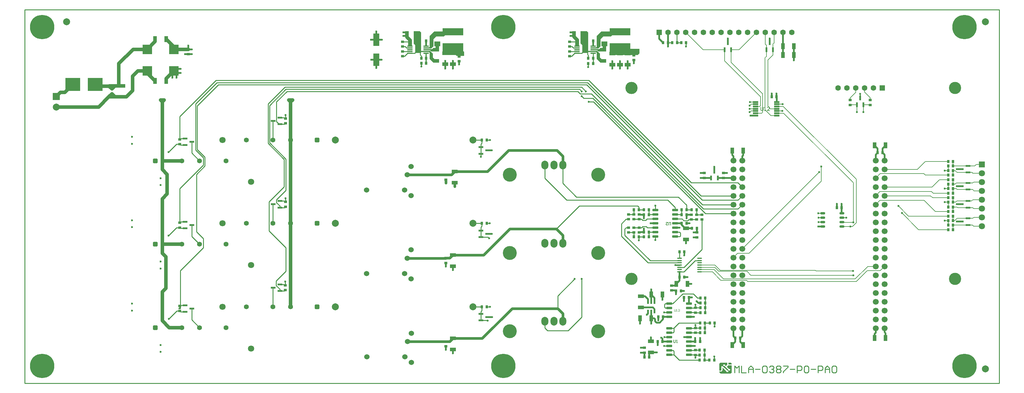
<source format=gtl>
G04 Layer_Physical_Order=1*
G04 Layer_Color=128*
%FSLAX43Y43*%
%MOMM*%
G71*
G01*
G75*
%ADD10R,2.700X2.700*%
%ADD11O,1.400X0.350*%
%ADD12R,6.000X2.000*%
%ADD13R,0.600X1.000*%
%ADD14R,1.350X0.600*%
%ADD15O,1.450X0.650*%
%ADD16R,1.800X1.340*%
%ADD17R,0.800X0.900*%
G04:AMPARAMS|DCode=18|XSize=0.45mm|YSize=1.6mm|CornerRadius=0.05mm|HoleSize=0mm|Usage=FLASHONLY|Rotation=90.000|XOffset=0mm|YOffset=0mm|HoleType=Round|Shape=RoundedRectangle|*
%AMROUNDEDRECTD18*
21,1,0.450,1.501,0,0,90.0*
21,1,0.351,1.600,0,0,90.0*
1,1,0.099,0.750,0.175*
1,1,0.099,0.750,-0.175*
1,1,0.099,-0.750,-0.175*
1,1,0.099,-0.750,0.175*
%
%ADD18ROUNDEDRECTD18*%
%ADD19R,4.240X3.810*%
%ADD20R,1.800X3.550*%
%ADD21C,2.000*%
G04:AMPARAMS|DCode=22|XSize=0.65mm|YSize=1.65mm|CornerRadius=0.049mm|HoleSize=0mm|Usage=FLASHONLY|Rotation=270.000|XOffset=0mm|YOffset=0mm|HoleType=Round|Shape=RoundedRectangle|*
%AMROUNDEDRECTD22*
21,1,0.650,1.552,0,0,270.0*
21,1,0.552,1.650,0,0,270.0*
1,1,0.098,-0.776,-0.276*
1,1,0.098,-0.776,0.276*
1,1,0.098,0.776,0.276*
1,1,0.098,0.776,-0.276*
%
%ADD22ROUNDEDRECTD22*%
%ADD23R,1.000X1.700*%
G04:AMPARAMS|DCode=24|XSize=0.3mm|YSize=1.55mm|CornerRadius=0.05mm|HoleSize=0mm|Usage=FLASHONLY|Rotation=90.000|XOffset=0mm|YOffset=0mm|HoleType=Round|Shape=RoundedRectangle|*
%AMROUNDEDRECTD24*
21,1,0.300,1.451,0,0,90.0*
21,1,0.201,1.550,0,0,90.0*
1,1,0.099,0.726,0.101*
1,1,0.099,0.726,-0.101*
1,1,0.099,-0.726,-0.101*
1,1,0.099,-0.726,0.101*
%
%ADD24ROUNDEDRECTD24*%
G04:AMPARAMS|DCode=25|XSize=1.73mm|YSize=1.9mm|CornerRadius=0.052mm|HoleSize=0mm|Usage=FLASHONLY|Rotation=0.000|XOffset=0mm|YOffset=0mm|HoleType=Round|Shape=RoundedRectangle|*
%AMROUNDEDRECTD25*
21,1,1.730,1.796,0,0,0.0*
21,1,1.626,1.900,0,0,0.0*
1,1,0.104,0.813,-0.898*
1,1,0.104,-0.813,-0.898*
1,1,0.104,-0.813,0.898*
1,1,0.104,0.813,0.898*
%
%ADD25ROUNDEDRECTD25*%
%ADD26R,0.900X0.800*%
%ADD27R,1.700X1.000*%
%ADD28R,0.600X1.350*%
%ADD29C,0.200*%
%ADD30C,0.150*%
%ADD31C,0.500*%
%ADD32C,0.250*%
%ADD33C,1.000*%
%ADD34C,0.400*%
%ADD35C,0.300*%
%ADD36C,0.750*%
%ADD37C,0.254*%
%ADD38C,0.178*%
%ADD39C,0.100*%
%ADD40O,2.000X2.500*%
%ADD41C,1.800*%
%ADD42C,1.600*%
%ADD43R,1.600X1.600*%
%ADD44C,1.524*%
%ADD45C,1.700*%
%ADD46C,4.000*%
%ADD47R,2.000X2.000*%
%ADD48C,7.000*%
%ADD49R,1.800X1.800*%
%ADD50C,1.400*%
G04:AMPARAMS|DCode=51|XSize=1.4mm|YSize=1.4mm|CornerRadius=0.35mm|HoleSize=0mm|Usage=FLASHONLY|Rotation=0.000|XOffset=0mm|YOffset=0mm|HoleType=Round|Shape=RoundedRectangle|*
%AMROUNDEDRECTD51*
21,1,1.400,0.700,0,0,0.0*
21,1,0.700,1.400,0,0,0.0*
1,1,0.700,0.350,-0.350*
1,1,0.700,-0.350,-0.350*
1,1,0.700,-0.350,0.350*
1,1,0.700,0.350,0.350*
%
%ADD51ROUNDEDRECTD51*%
%ADD52C,3.500*%
%ADD53C,0.600*%
G36*
X117250Y94850D02*
X117250Y93750D01*
X117725Y93275D01*
X117725Y92300D01*
X117350Y92300D01*
X116300Y93350D01*
Y95175D01*
X116150Y95325D01*
X113800D01*
Y95675D01*
X116425D01*
X117250Y94850D01*
D02*
G37*
G36*
X201842Y5932D02*
X201843Y5928D01*
X201843Y5928D01*
X201843Y5310D01*
X201842Y5306D01*
X201841Y5306D01*
X201841Y5306D01*
X201435Y4947D01*
X201432Y4946D01*
X201428Y4947D01*
X201428Y4948D01*
X201428Y4948D01*
X201212Y5140D01*
X201212Y5140D01*
X201211Y5140D01*
X201210Y5144D01*
X201210D01*
X201210Y5225D01*
X201179Y5302D01*
X201125Y5367D01*
X201058Y5414D01*
X200975Y5437D01*
X200882Y5437D01*
X200799Y5408D01*
X200729Y5359D01*
X200670Y5279D01*
X200644Y5187D01*
X200675Y5091D01*
X200737Y5011D01*
X200804Y4965D01*
X200889Y4944D01*
X200976Y4944D01*
X200976Y4944D01*
X200979Y4942D01*
X202112Y3940D01*
X202113Y3940D01*
X202113Y3940D01*
X202115Y3936D01*
X202114D01*
X202114Y3847D01*
X202145Y3775D01*
X202200Y3713D01*
X202267Y3666D01*
X202350Y3641D01*
X202443Y3643D01*
X202526Y3667D01*
X202595Y3713D01*
X202657Y3793D01*
X202678Y3889D01*
X202673Y3953D01*
X202640Y4007D01*
X202588Y4061D01*
X202518Y4110D01*
X202435Y4128D01*
X202349Y4128D01*
X202345Y4130D01*
X202345Y4130D01*
X201662Y4742D01*
X201662Y4742D01*
X201660Y4746D01*
X201662Y4750D01*
X201662Y4750D01*
X201663Y4750D01*
X201663Y4750D01*
X202066Y5109D01*
X202066Y5109D01*
X202069Y5110D01*
X202069Y5110D01*
X203118Y5110D01*
X203122Y5109D01*
X203124Y5105D01*
X203124D01*
X203124Y3221D01*
X203124Y3220D01*
X203124Y3220D01*
X203124Y3220D01*
X203111Y3097D01*
X203111Y3096D01*
X203111Y3097D01*
X203111Y3096D01*
X203110Y3095D01*
X203110Y3095D01*
X203055Y2984D01*
X203054Y2982D01*
X203054Y2983D01*
X202978Y2895D01*
X202977Y2895D01*
X202977Y2895D01*
X202977Y2895D01*
X202874Y2818D01*
X202873Y2818D01*
X202873Y2818D01*
X202757Y2770D01*
X202755Y2770D01*
X202755Y2770D01*
X202755Y2770D01*
X202624Y2757D01*
X202623Y2756D01*
X202623Y2756D01*
X202623Y2757D01*
X200016Y2756D01*
X200015Y2757D01*
X200015Y2757D01*
X199994Y2762D01*
X199994Y2762D01*
X199992Y2763D01*
X199992Y2763D01*
X199992Y2763D01*
X199531Y3161D01*
X199530Y3162D01*
X199528Y3166D01*
X199529Y3166D01*
X199528Y3366D01*
X199528D01*
X199530Y3370D01*
X199534Y3372D01*
X199534Y3372D01*
X200057Y3372D01*
X200085Y3384D01*
X200087Y3385D01*
X200087Y3385D01*
X200087Y3385D01*
X200117Y3390D01*
X200187Y3452D01*
X200187Y3452D01*
X200187Y3452D01*
X200187Y3452D01*
X200187Y3452D01*
X200187Y3452D01*
X200187Y3452D01*
X200232Y3486D01*
X200276Y3534D01*
X200276Y3534D01*
X200276Y3534D01*
X200276Y3534D01*
X200332Y3584D01*
X200332Y3584D01*
X200332Y3584D01*
X200380Y3616D01*
X200426Y3657D01*
X200454Y3711D01*
X200472Y3765D01*
X200472Y4034D01*
X200472Y4034D01*
X200472Y4034D01*
X200472Y4034D01*
X200472Y4034D01*
X200472Y4034D01*
X200472Y4034D01*
X200472Y4034D01*
X200472Y4034D01*
X200472Y4034D01*
X200472Y4034D01*
X200472Y4034D01*
X200480Y4142D01*
X200480Y4416D01*
X200480D01*
X200481Y4420D01*
X200486Y4422D01*
X200489Y4420D01*
X200489Y4420D01*
X200489Y4420D01*
X201577Y3460D01*
X201578Y3460D01*
X201578Y3460D01*
X201580Y3456D01*
X201579D01*
X201579Y3380D01*
X201600Y3300D01*
X201654Y3233D01*
X201729Y3186D01*
X201814Y3163D01*
X201897Y3171D01*
X201980Y3189D01*
X202061Y3238D01*
X202104Y3292D01*
X202127Y3346D01*
X202135Y3411D01*
X202112Y3506D01*
X202053Y3589D01*
X201975Y3633D01*
X201897Y3656D01*
X201806Y3656D01*
X201802Y3657D01*
X201802Y3658D01*
X200427Y4874D01*
X200360Y4920D01*
X200299Y4933D01*
X200245Y4920D01*
X200207Y4895D01*
X200169Y4849D01*
X200154Y4772D01*
X200154Y3817D01*
X200152Y3813D01*
X200152Y3813D01*
X200152Y3813D01*
X199960Y3649D01*
X199956Y3648D01*
X199956Y3648D01*
X199534Y3648D01*
Y3648D01*
X199530Y3650D01*
X199528Y3654D01*
X199529Y3654D01*
X199528Y5477D01*
X199529Y5477D01*
X199529Y5477D01*
X199545Y5591D01*
X199545Y5592D01*
X199545Y5592D01*
X199601Y5706D01*
X199601Y5707D01*
X199601Y5707D01*
X199677Y5802D01*
X199678Y5803D01*
X199679Y5803D01*
X199679Y5803D01*
X199782Y5872D01*
X199783Y5872D01*
X199783Y5872D01*
X199898Y5920D01*
X199900Y5920D01*
X199900Y5920D01*
X199900Y5920D01*
X200032Y5933D01*
X200032Y5933D01*
X200032Y5934D01*
X200032Y5933D01*
X201838Y5934D01*
X201842Y5932D01*
D02*
G37*
G36*
X126000Y95600D02*
X126200Y95400D01*
Y94200D01*
X124100D01*
X123800Y94500D01*
X120000D01*
Y96200D01*
X126000D01*
Y95600D01*
D02*
G37*
G36*
X165250Y94850D02*
X165250Y93750D01*
X165725Y93275D01*
X165725Y92300D01*
X165350Y92300D01*
X164300Y93350D01*
Y95175D01*
X164150Y95325D01*
X161800D01*
Y95675D01*
X164425D01*
X165250Y94850D01*
D02*
G37*
G36*
X202756Y5912D02*
X202872Y5865D01*
X202974Y5796D01*
X203051Y5701D01*
X203106Y5588D01*
X203114Y5517D01*
X203032Y5390D01*
X202608D01*
X202461Y5398D01*
X202171D01*
Y5925D01*
X202624Y5925D01*
X202756Y5912D01*
D02*
G37*
G36*
X200187Y3452D02*
X200187Y3452D01*
X200187Y3452D01*
X200187Y3452D01*
D01*
X200187Y3452D01*
X200187Y3452D01*
D02*
G37*
G36*
X200187Y3452D02*
X200187Y3452D01*
X200187Y3452D01*
X200187Y3452D01*
D02*
G37*
G36*
X200978Y4943D02*
X200976Y4944D01*
Y4944D01*
X200978Y4943D01*
D02*
G37*
G36*
X200980Y4943D02*
X200979Y4942D01*
X200979Y4943D01*
X200978Y4943D01*
X200980Y4943D01*
D02*
G37*
G36*
X161850Y101000D02*
Y96750D01*
X160150D01*
Y97350D01*
X159700Y97800D01*
Y101350D01*
X161500D01*
X161850Y101000D01*
D02*
G37*
G36*
X113850D02*
Y96750D01*
X112150D01*
Y97350D01*
X111700Y97800D01*
Y101350D01*
X113500D01*
X113850Y101000D01*
D02*
G37*
G36*
X159200Y97000D02*
X158100D01*
Y98700D01*
X159200D01*
Y97000D01*
D02*
G37*
G36*
X111200D02*
X110100D01*
Y98700D01*
X111200D01*
Y97000D01*
D02*
G37*
G36*
X168750Y100150D02*
X168400Y99800D01*
X166200D01*
X165375Y98975D01*
Y96975D01*
X164725Y96325D01*
X163325D01*
Y96675D01*
X164175D01*
X164300Y96800D01*
Y99900D01*
X165600Y101200D01*
X168750D01*
X168750Y100150D01*
D02*
G37*
G36*
X117550Y95500D02*
X116825Y95500D01*
X116500Y95825D01*
X115500Y95825D01*
Y96175D01*
X117025D01*
X117350Y96500D01*
X117550D01*
Y95500D01*
D02*
G37*
G36*
X176600Y95000D02*
X176100Y94500D01*
X173900Y94500D01*
X168000Y94500D01*
Y96200D01*
X176600D01*
X176600Y95000D01*
D02*
G37*
G36*
X120750Y100150D02*
X120400Y99800D01*
X118200D01*
X117375Y98975D01*
Y96975D01*
X116725Y96325D01*
X115325D01*
Y96675D01*
X116175D01*
X116300Y96800D01*
Y99900D01*
X117600Y101200D01*
X120750D01*
X120750Y100150D01*
D02*
G37*
G36*
X165550Y95500D02*
X164825Y95500D01*
X164500Y95825D01*
X163500Y95825D01*
Y96175D01*
X165025D01*
X165350Y96500D01*
X165550D01*
Y95500D01*
D02*
G37*
D10*
X35190Y89890D02*
D03*
X42810D02*
D03*
Y96110D02*
D03*
X35190D02*
D03*
D11*
X188125Y35950D02*
D03*
Y35300D02*
D03*
Y34650D02*
D03*
Y34000D02*
D03*
Y33350D02*
D03*
Y32700D02*
D03*
Y32050D02*
D03*
X193875Y35950D02*
D03*
Y35300D02*
D03*
Y34650D02*
D03*
Y34000D02*
D03*
Y33350D02*
D03*
Y32700D02*
D03*
Y32050D02*
D03*
D12*
X123000Y96850D02*
D03*
Y101150D02*
D03*
X171000Y96850D02*
D03*
Y101150D02*
D03*
D13*
X179050Y20625D02*
D03*
X180000D02*
D03*
X180950D02*
D03*
Y23375D02*
D03*
X180000D02*
D03*
X179050D02*
D03*
D14*
X131025Y67950D02*
D03*
Y66050D02*
D03*
X132975Y67000D02*
D03*
X270975Y45550D02*
D03*
Y47450D02*
D03*
X269025Y46500D02*
D03*
X270975Y50550D02*
D03*
Y52450D02*
D03*
X269025Y51500D02*
D03*
X270975Y55750D02*
D03*
Y57650D02*
D03*
X269025Y56700D02*
D03*
X270975Y60650D02*
D03*
Y62550D02*
D03*
X269025Y61600D02*
D03*
X73275Y26550D02*
D03*
Y28450D02*
D03*
X71325Y27500D02*
D03*
X46025Y22450D02*
D03*
Y20550D02*
D03*
X47975Y21500D02*
D03*
X73275Y50550D02*
D03*
Y52450D02*
D03*
X71325Y51500D02*
D03*
X46025Y46450D02*
D03*
Y44550D02*
D03*
X47975Y45500D02*
D03*
X73275Y74550D02*
D03*
Y76450D02*
D03*
X71325Y75500D02*
D03*
X46025Y70450D02*
D03*
Y68550D02*
D03*
X47975Y69500D02*
D03*
X131025Y19950D02*
D03*
Y18050D02*
D03*
X132975Y19000D02*
D03*
X131025Y43950D02*
D03*
Y42050D02*
D03*
X132975Y43000D02*
D03*
D15*
X234725Y45095D02*
D03*
Y46365D02*
D03*
Y47635D02*
D03*
Y48905D02*
D03*
X229275Y45095D02*
D03*
Y46365D02*
D03*
Y47635D02*
D03*
Y48905D02*
D03*
D16*
X118500Y100530D02*
D03*
Y97670D02*
D03*
X166500Y100530D02*
D03*
Y97670D02*
D03*
D17*
X266700Y44200D02*
D03*
X265300D02*
D03*
X193100Y44600D02*
D03*
X191700D02*
D03*
X190800Y24700D02*
D03*
X189400D02*
D03*
X196800Y17300D02*
D03*
X198200D02*
D03*
X194100Y23100D02*
D03*
X195500D02*
D03*
X198100Y6700D02*
D03*
X196700D02*
D03*
X183200Y12000D02*
D03*
X181800D02*
D03*
X175000Y42100D02*
D03*
X176400D02*
D03*
X188100Y37800D02*
D03*
X189500D02*
D03*
X175000Y49900D02*
D03*
X176400D02*
D03*
X193000D02*
D03*
X191600D02*
D03*
X187100Y26600D02*
D03*
X188500D02*
D03*
X188100Y30500D02*
D03*
X189500D02*
D03*
X188700Y46000D02*
D03*
X190100D02*
D03*
X205530Y12970D02*
D03*
X204130D02*
D03*
X245030Y66370D02*
D03*
X246430D02*
D03*
X234700Y50500D02*
D03*
X233300D02*
D03*
X163300Y98500D02*
D03*
X164700D02*
D03*
X158700Y98800D02*
D03*
X160100D02*
D03*
X115300Y98500D02*
D03*
X116700D02*
D03*
X112100Y98700D02*
D03*
X110700D02*
D03*
X183400Y98000D02*
D03*
X184800D02*
D03*
X216000Y82400D02*
D03*
X214600D02*
D03*
X178000Y7500D02*
D03*
X179400D02*
D03*
X195400Y17300D02*
D03*
X194000D02*
D03*
Y15900D02*
D03*
X195400D02*
D03*
X194000Y14500D02*
D03*
X195400D02*
D03*
X194100Y21700D02*
D03*
X195500D02*
D03*
Y24500D02*
D03*
X194100D02*
D03*
Y20300D02*
D03*
X195500D02*
D03*
X177900Y42100D02*
D03*
X179300D02*
D03*
Y43500D02*
D03*
X177900D02*
D03*
X131300Y22000D02*
D03*
X132700D02*
D03*
X177900Y49900D02*
D03*
X179300D02*
D03*
Y48500D02*
D03*
X177900D02*
D03*
X131300Y46000D02*
D03*
X132700D02*
D03*
X190100Y49900D02*
D03*
X188700D02*
D03*
Y48500D02*
D03*
X190100D02*
D03*
X131300Y70000D02*
D03*
X132700D02*
D03*
X161900Y92000D02*
D03*
X163300D02*
D03*
Y93500D02*
D03*
X161900D02*
D03*
X113900Y92100D02*
D03*
X115300D02*
D03*
Y93500D02*
D03*
X113900D02*
D03*
X265300Y45500D02*
D03*
X266700D02*
D03*
X265300Y46800D02*
D03*
X266700D02*
D03*
X265300Y50700D02*
D03*
X266700D02*
D03*
X265300Y52100D02*
D03*
X266700D02*
D03*
X186000Y98000D02*
D03*
X187400D02*
D03*
X190000D02*
D03*
X188600D02*
D03*
X192600Y12000D02*
D03*
X194000D02*
D03*
X183400Y19100D02*
D03*
X182000D02*
D03*
X193900Y8100D02*
D03*
X195300D02*
D03*
Y6700D02*
D03*
X193900D02*
D03*
Y9500D02*
D03*
X195300D02*
D03*
X265300Y56000D02*
D03*
X266700D02*
D03*
X265300Y57300D02*
D03*
X266700D02*
D03*
X265300Y61200D02*
D03*
X266700D02*
D03*
X265300Y62500D02*
D03*
X266700D02*
D03*
Y63800D02*
D03*
X265300D02*
D03*
X266700Y59900D02*
D03*
X265300D02*
D03*
X266700Y58600D02*
D03*
X265300D02*
D03*
X266700Y54700D02*
D03*
X265300D02*
D03*
X266700Y53400D02*
D03*
X265300D02*
D03*
X266700Y49400D02*
D03*
X265300D02*
D03*
X266700Y48100D02*
D03*
X265300D02*
D03*
D18*
X216050Y77050D02*
D03*
Y77700D02*
D03*
Y78350D02*
D03*
Y79000D02*
D03*
Y79650D02*
D03*
Y80300D02*
D03*
Y80950D02*
D03*
X209950Y77050D02*
D03*
Y77700D02*
D03*
Y78350D02*
D03*
Y79000D02*
D03*
Y79650D02*
D03*
Y80300D02*
D03*
Y80950D02*
D03*
D19*
X20185Y86000D02*
D03*
X13815D02*
D03*
D20*
X101000Y93125D02*
D03*
Y98875D02*
D03*
D21*
X276000Y4100D02*
D03*
X12000Y104000D02*
D03*
X276000D02*
D03*
X128750Y70000D02*
D03*
X89250D02*
D03*
X9000Y79500D02*
D03*
X128750Y22000D02*
D03*
X89250D02*
D03*
X128750Y46000D02*
D03*
X89250D02*
D03*
D22*
X181175Y49810D02*
D03*
Y48540D02*
D03*
Y47270D02*
D03*
Y46000D02*
D03*
Y44730D02*
D03*
Y43460D02*
D03*
Y42190D02*
D03*
X186825Y49810D02*
D03*
Y48540D02*
D03*
Y47270D02*
D03*
Y46000D02*
D03*
Y44730D02*
D03*
Y43460D02*
D03*
Y42190D02*
D03*
X190825Y19095D02*
D03*
Y20365D02*
D03*
Y21635D02*
D03*
Y22905D02*
D03*
X185175Y19095D02*
D03*
Y20365D02*
D03*
Y21635D02*
D03*
Y22905D02*
D03*
X190825Y8190D02*
D03*
Y9460D02*
D03*
Y10730D02*
D03*
Y12000D02*
D03*
Y13270D02*
D03*
Y14540D02*
D03*
Y15810D02*
D03*
X185175Y8190D02*
D03*
Y9460D02*
D03*
Y10730D02*
D03*
Y12000D02*
D03*
Y13270D02*
D03*
Y14540D02*
D03*
Y15810D02*
D03*
D23*
X176800Y18700D02*
D03*
X180000D02*
D03*
X217800Y97000D02*
D03*
X221000D02*
D03*
X190400Y28600D02*
D03*
X187200D02*
D03*
X203230Y10970D02*
D03*
X206430D02*
D03*
X247330Y68470D02*
D03*
X244130D02*
D03*
Y12970D02*
D03*
X247330D02*
D03*
X206430Y66970D02*
D03*
X203230D02*
D03*
X161000Y100500D02*
D03*
X157800D02*
D03*
X113000Y100500D02*
D03*
X109800D02*
D03*
X37400Y99000D02*
D03*
X40600D02*
D03*
X37400Y87000D02*
D03*
X40600D02*
D03*
X217800Y94500D02*
D03*
X221000D02*
D03*
X183200Y25500D02*
D03*
X180000D02*
D03*
D24*
X115325Y95000D02*
D03*
Y95500D02*
D03*
Y96000D02*
D03*
Y96500D02*
D03*
X110675Y95000D02*
D03*
Y95500D02*
D03*
Y96000D02*
D03*
Y96500D02*
D03*
Y97000D02*
D03*
X115325D02*
D03*
X163325Y95000D02*
D03*
Y95500D02*
D03*
Y96000D02*
D03*
Y96500D02*
D03*
X158675Y95000D02*
D03*
Y95500D02*
D03*
Y96000D02*
D03*
Y96500D02*
D03*
Y97000D02*
D03*
X163325D02*
D03*
D25*
X113000Y96000D02*
D03*
X161000D02*
D03*
D26*
X192700Y15900D02*
D03*
Y14500D02*
D03*
Y21700D02*
D03*
Y20300D02*
D03*
Y8100D02*
D03*
Y9500D02*
D03*
X178000Y8800D02*
D03*
Y10200D02*
D03*
X176500Y44800D02*
D03*
Y43400D02*
D03*
X121000Y12000D02*
D03*
Y10600D02*
D03*
X176500Y47200D02*
D03*
Y48600D02*
D03*
X121000Y36000D02*
D03*
Y34600D02*
D03*
X191500Y47100D02*
D03*
Y48500D02*
D03*
X121000Y60000D02*
D03*
Y58600D02*
D03*
X193100Y43400D02*
D03*
Y42000D02*
D03*
X195230Y59070D02*
D03*
Y60470D02*
D03*
X200730Y59070D02*
D03*
Y60470D02*
D03*
X25000Y84700D02*
D03*
Y83300D02*
D03*
X47000Y96100D02*
D03*
Y94700D02*
D03*
X175000Y94400D02*
D03*
Y93000D02*
D03*
X156500Y95500D02*
D03*
Y94100D02*
D03*
X124750Y92650D02*
D03*
Y94050D02*
D03*
X108500Y94100D02*
D03*
Y95500D02*
D03*
X185800Y26700D02*
D03*
Y28100D02*
D03*
X173500Y43400D02*
D03*
Y44800D02*
D03*
X175000D02*
D03*
Y43400D02*
D03*
X173500Y48600D02*
D03*
Y47200D02*
D03*
X175000D02*
D03*
Y48600D02*
D03*
X194500Y48500D02*
D03*
Y47100D02*
D03*
X193000D02*
D03*
Y48500D02*
D03*
X156500Y96900D02*
D03*
Y98300D02*
D03*
X108500Y96900D02*
D03*
Y98300D02*
D03*
X74800Y28200D02*
D03*
Y26800D02*
D03*
X44500Y20800D02*
D03*
Y22200D02*
D03*
X242900Y80100D02*
D03*
Y81500D02*
D03*
X74900Y52200D02*
D03*
Y50800D02*
D03*
X44500Y44800D02*
D03*
Y46200D02*
D03*
X237100Y80100D02*
D03*
Y81500D02*
D03*
X74900Y76200D02*
D03*
Y74800D02*
D03*
X44500Y68800D02*
D03*
Y70200D02*
D03*
D27*
X179900Y12100D02*
D03*
Y8900D02*
D03*
X123000Y9700D02*
D03*
Y12900D02*
D03*
Y33700D02*
D03*
Y36900D02*
D03*
X123500Y57700D02*
D03*
Y60900D02*
D03*
X190000Y41400D02*
D03*
Y44600D02*
D03*
X28000Y82400D02*
D03*
Y85600D02*
D03*
X168800Y91700D02*
D03*
Y94900D02*
D03*
X171000Y91700D02*
D03*
Y94900D02*
D03*
X173200Y91700D02*
D03*
Y94900D02*
D03*
X120800Y91800D02*
D03*
Y95000D02*
D03*
X123000Y91800D02*
D03*
Y95000D02*
D03*
X166200Y92800D02*
D03*
Y96000D02*
D03*
X118200Y92800D02*
D03*
Y96000D02*
D03*
X177000Y21800D02*
D03*
Y25000D02*
D03*
D28*
X239050Y80125D02*
D03*
X240950D02*
D03*
X240000Y82075D02*
D03*
X201050Y96025D02*
D03*
X202950D02*
D03*
X202000Y97975D02*
D03*
X213050Y96025D02*
D03*
X214950D02*
D03*
X214000Y97975D02*
D03*
X197180Y59095D02*
D03*
X199080D02*
D03*
X198130Y61045D02*
D03*
D29*
X214950Y94450D02*
Y96025D01*
X213500Y93000D02*
X214950Y94450D01*
X213500Y79700D02*
Y93000D01*
X213050Y94050D02*
Y96025D01*
X212700Y93700D02*
X213050Y94050D01*
X212700Y78700D02*
Y93700D01*
X201050Y92750D02*
X211400Y82400D01*
X201050Y92750D02*
Y96025D01*
X202950Y92350D02*
Y96025D01*
Y92350D02*
X212000Y83300D01*
X274980Y45200D02*
X275000Y45220D01*
X272600Y45200D02*
X274980D01*
X272250Y45550D02*
X272600Y45200D01*
X270975Y45550D02*
X272250D01*
X272660Y47760D02*
X275000D01*
X272350Y47450D02*
X272660Y47760D01*
X270975Y47450D02*
X272350D01*
X272600Y50300D02*
X275000D01*
X272350Y50550D02*
X272600Y50300D01*
X270975Y50550D02*
X272350D01*
X272440Y52840D02*
X275000D01*
X272050Y52450D02*
X272440Y52840D01*
X270975Y52450D02*
X272050D01*
X272720Y55380D02*
X275000D01*
X272350Y55750D02*
X272720Y55380D01*
X270975Y55750D02*
X272350D01*
X272620Y57920D02*
X275000D01*
X272350Y57650D02*
X272620Y57920D01*
X270975Y57650D02*
X272350D01*
X272340Y60460D02*
X275000D01*
X272150Y60650D02*
X272340Y60460D01*
X270975Y60650D02*
X272150D01*
X273400Y63000D02*
X275000D01*
X272950Y62550D02*
X273400Y63000D01*
X270975Y62550D02*
X272950D01*
X256800Y44200D02*
X265300D01*
X252000Y49000D02*
X256800Y44200D01*
X251000Y51000D02*
X253900Y48100D01*
X265300D01*
X261600Y49400D02*
X265300D01*
X258400Y52600D02*
X261600Y49400D01*
X264300Y56000D02*
X265300D01*
X264300Y61200D02*
X265300D01*
Y62500D01*
Y56000D02*
Y57300D01*
X264300Y52100D02*
X265300D01*
Y50700D02*
Y52100D01*
X264300Y46800D02*
X265300D01*
Y45500D02*
Y46800D01*
X270925Y45500D02*
X270975Y45550D01*
X266700Y45500D02*
X270925D01*
X266700Y44200D02*
Y45500D01*
X267850Y47450D02*
X270975D01*
X267200Y46800D02*
X267850Y47450D01*
X266700Y46800D02*
X267200D01*
X266700D02*
Y48100D01*
X268050Y50550D02*
X270975D01*
X267900Y50700D02*
X268050Y50550D01*
X266700Y50700D02*
X267900D01*
X266700Y49400D02*
Y50700D01*
X267750Y52450D02*
X270975D01*
X267400Y52100D02*
X267750Y52450D01*
X266700Y52100D02*
X267400D01*
X266700D02*
Y53400D01*
X260800D02*
X265300D01*
X260260Y53940D02*
X260800Y53400D01*
X247000Y53940D02*
X260260D01*
X267850Y55750D02*
X270975D01*
X267600Y56000D02*
X267850Y55750D01*
X266700Y56000D02*
X267600D01*
X266700Y54700D02*
Y56000D01*
X261000Y54700D02*
X265300D01*
X260500Y55200D02*
X261000Y54700D01*
X267650Y57650D02*
X270975D01*
X267300Y57300D02*
X267650Y57650D01*
X266700Y57300D02*
X267300D01*
X266700D02*
Y58600D01*
X262800D02*
X265300D01*
X260680Y56480D02*
X262800Y58600D01*
X267850Y60650D02*
X270975D01*
X267300Y61200D02*
X267850Y60650D01*
X266700Y61200D02*
X267300D01*
X266700Y59900D02*
Y61200D01*
X258700Y59900D02*
X265300D01*
X258300Y60300D02*
X258700Y59900D01*
X266700Y62500D02*
X266750Y62550D01*
X270975D01*
X266700Y62500D02*
Y63800D01*
X258700D02*
X265300D01*
X256460Y61560D02*
X258700Y63800D01*
X216050Y78350D02*
X217650D01*
X216050Y80300D02*
X217700D01*
X208300Y79000D02*
X209950D01*
X208306Y80906D02*
X208350Y80950D01*
X209950D01*
X212700Y78700D02*
X214350Y77050D01*
X214950Y96025D02*
Y97650D01*
X215270Y97970D01*
Y101000D01*
X213050Y96025D02*
Y97250D01*
X212730Y97570D02*
X213050Y97250D01*
X212730Y97570D02*
Y101000D01*
X212000Y78000D02*
Y83300D01*
X202950Y96025D02*
X205215D01*
X210190Y101000D01*
X194845Y96025D02*
X201050D01*
X189870Y101000D02*
X194845Y96025D01*
X214200Y79000D02*
X216050D01*
X213500Y79700D02*
X214200Y79000D01*
X214350Y77050D02*
X216050D01*
X211400Y79900D02*
Y82400D01*
X209950Y79650D02*
X211150D01*
X211400Y79900D01*
X209950Y77700D02*
X211700D01*
X212000Y78000D01*
X245660Y52600D02*
X258400D01*
X244460Y51400D02*
X245660Y52600D01*
X244460Y53940D02*
X245720Y55200D01*
X260500D01*
X247000Y56480D02*
X260680D01*
X245740Y60300D02*
X258300D01*
X244460Y59020D02*
X245740Y60300D01*
X247000Y61560D02*
X256460D01*
D30*
X238900Y46200D02*
Y58700D01*
X217950Y79650D02*
X238900Y58700D01*
X216050Y79650D02*
X217950D01*
X238020Y46320D02*
Y57680D01*
X218000Y77700D02*
X238020Y57680D01*
X216050Y77700D02*
X218000D01*
X234725Y47635D02*
X236035D01*
X228035Y46365D02*
X229275D01*
X228035Y47635D02*
X229275D01*
X227995Y48905D02*
X229275D01*
X237195Y45095D02*
X237795D01*
X238900Y46200D01*
X234725Y45095D02*
X237195D01*
X234725Y46365D02*
X234770Y46320D01*
X238020D01*
X209869Y80381D02*
X209950Y80300D01*
X207500Y32200D02*
X208620Y31080D01*
X227300Y32300D02*
X238000D01*
X227100Y32500D02*
X227300Y32300D01*
X199800Y32500D02*
X227100D01*
X208620Y31080D02*
X238020D01*
X242220Y33620D02*
X244460D01*
X238605Y30005D02*
X242220Y33620D01*
X200695Y30005D02*
X238605D01*
X242000Y32400D02*
X245780D01*
X238900Y29300D02*
X242000Y32400D01*
X207700Y29300D02*
X238900D01*
X245780Y32400D02*
X247000Y33620D01*
X207385Y29615D02*
X207700Y29300D01*
X199985Y29615D02*
X207385D01*
X197550Y32050D02*
X199985Y29615D01*
X193875Y32050D02*
X197550D01*
X198000Y32700D02*
X200695Y30005D01*
X193875Y32700D02*
X198000D01*
X199400Y32200D02*
X207500D01*
X198250Y33350D02*
X199400Y32200D01*
X193875Y33350D02*
X198250D01*
X198300Y34000D02*
X199800Y32500D01*
X193875Y34000D02*
X198300D01*
X204800Y37400D02*
X208100D01*
X203560Y36160D02*
X204800Y37400D01*
X208100D02*
X228800Y58100D01*
X206100Y38700D02*
X228200Y60800D01*
X228800Y58100D02*
Y62400D01*
X239100Y78000D02*
Y80075D01*
X239050Y80125D02*
X239100Y80075D01*
X240900Y78000D02*
Y80075D01*
X240950Y80125D01*
X237125D02*
X239050D01*
X237100Y80100D02*
X237125Y80125D01*
X240950D02*
X242875D01*
X242900Y80100D01*
Y81500D02*
Y82200D01*
X241270Y83830D02*
X242900Y82200D01*
X241270Y83830D02*
Y85000D01*
X237100Y81500D02*
Y82100D01*
X238730Y83730D01*
Y85000D01*
X208700Y80300D02*
X209950D01*
X208300Y79900D02*
X208700Y80300D01*
X208650Y78350D02*
X209950D01*
X208300Y78000D02*
X208650Y78350D01*
X185575Y45525D02*
Y46192D01*
X185442Y46325D01*
X185175D01*
X185042Y46192D01*
Y45525D01*
X184242Y46325D02*
X184775D01*
X184242Y45792D01*
Y45659D01*
X184375Y45525D01*
X184642D01*
X184775Y45659D01*
X186425Y12475D02*
Y11808D01*
X186558Y11675D01*
X186825D01*
X186958Y11808D01*
Y12475D01*
X187225Y11675D02*
X187491D01*
X187358D01*
Y12475D01*
X187225Y12341D01*
D31*
X221000Y92900D02*
Y94500D01*
X217800Y100990D02*
X217810Y101000D01*
X217800Y97000D02*
Y100990D01*
X182250Y99150D02*
X183400Y98000D01*
X182250Y99150D02*
Y101000D01*
X184800Y96900D02*
Y98000D01*
X184790Y101000D02*
X184800Y100990D01*
Y98000D02*
Y100990D01*
X157300Y100000D02*
X157800Y100500D01*
X156800Y100000D02*
X157300D01*
X157300Y101000D02*
X157800Y100500D01*
X156800Y101000D02*
X157300D01*
X108800D02*
X109300D01*
X109800Y100500D01*
X108800Y100000D02*
X109300D01*
X109800Y100500D01*
X101000Y98875D02*
Y101200D01*
Y98875D02*
X102575D01*
X99425D02*
X101000D01*
X47000Y96100D02*
X48000D01*
X46990Y96110D02*
Y97190D01*
X183200Y24000D02*
Y25500D01*
X177000Y25000D02*
X178200D01*
X179050Y24150D01*
Y23375D02*
Y24150D01*
X177000Y21800D02*
X180500D01*
X180950Y21350D01*
Y20625D02*
Y21350D01*
X178700Y19700D02*
X179050Y20050D01*
Y20625D01*
X176800Y17200D02*
Y18700D01*
X180000Y17200D02*
Y18700D01*
Y20625D01*
X180000Y25500D02*
Y27000D01*
X180000Y25500D02*
X180950Y24550D01*
Y23375D02*
Y24550D01*
X180000Y25500D02*
X180000Y25500D01*
X180000Y23375D02*
Y25500D01*
X179900Y12100D02*
Y13200D01*
Y8900D02*
X181600D01*
X177000Y10200D02*
X178000D01*
X177000Y8800D02*
X178000D01*
X178000Y8800D02*
X178000Y8800D01*
X178000Y7500D02*
Y8800D01*
X179400Y8400D02*
X179900Y8900D01*
X179400Y7500D02*
Y8400D01*
X192600Y12000D02*
Y13000D01*
X189430Y13270D02*
X190825D01*
X182900Y13100D02*
X183200Y12800D01*
Y12000D02*
Y12800D01*
X190800Y24700D02*
X191700D01*
X188500Y26600D02*
X189400D01*
X190400Y28600D02*
X191500D01*
X189500Y30500D02*
X190400D01*
X188100D02*
Y32050D01*
Y29500D02*
Y30500D01*
X187200Y28600D02*
X188100Y29500D01*
X186700Y28100D02*
X187200Y28600D01*
X185800Y28100D02*
X186700D01*
X187100Y25600D02*
Y26600D01*
X187000Y26700D02*
X187100Y26600D01*
X185800Y26700D02*
X187000D01*
X175000Y92100D02*
Y93000D01*
X173200Y90600D02*
Y91700D01*
Y92700D01*
X171000Y90600D02*
Y91700D01*
Y92700D01*
X168800Y90600D02*
Y91700D01*
Y92700D01*
X101000Y90700D02*
Y93125D01*
X102475D01*
X99525D02*
X101000D01*
X163325Y97100D02*
Y98475D01*
X124750Y91750D02*
Y92650D01*
X120800Y90600D02*
Y91800D01*
Y92800D01*
X123000Y90600D02*
Y91800D01*
Y92800D01*
X115325Y97100D02*
Y98475D01*
X115300Y98500D02*
X115325Y98475D01*
X42810Y89890D02*
X43420Y90500D01*
X44800D01*
X43600Y89100D02*
X43800Y89300D01*
X44800D01*
X42400Y89480D02*
X42600Y89680D01*
X42400Y87900D02*
Y89480D01*
X42810Y89890D02*
X43600Y89100D01*
Y87900D02*
Y89100D01*
X47000Y94700D02*
X48000D01*
X46000D02*
X47000D01*
X132975Y19000D02*
X134300D01*
X132975Y43000D02*
X134200D01*
X123000Y8600D02*
Y9700D01*
X121000Y9600D02*
Y10600D01*
X123000Y32600D02*
Y33700D01*
X121000Y33600D02*
Y34600D01*
X132975Y67000D02*
X134200D01*
X228005Y45095D02*
X229275D01*
X233300Y50500D02*
Y51600D01*
X234700Y50500D02*
Y51600D01*
Y48930D02*
X234725Y48905D01*
X234700Y48930D02*
Y50500D01*
X247330Y12970D02*
Y14370D01*
X247000Y14700D02*
X247330Y14370D01*
X247000Y14700D02*
Y15840D01*
X244130Y12970D02*
Y14230D01*
X244460Y14560D01*
Y15840D01*
X205530Y11870D02*
Y12970D01*
Y11870D02*
X206430Y10970D01*
X204130Y11870D02*
Y12970D01*
X203230Y10970D02*
X204130Y11870D01*
X205530Y12970D02*
X206100Y13540D01*
Y15840D01*
X203560Y13540D02*
X204130Y12970D01*
X203560Y13540D02*
Y15840D01*
X203230Y65670D02*
Y66970D01*
Y65670D02*
X203560Y65340D01*
Y64100D02*
Y65340D01*
X206430Y65630D02*
Y66970D01*
X206100Y65300D02*
X206430Y65630D01*
X206100Y64100D02*
Y65300D01*
X246430Y67570D02*
X247330Y68470D01*
X246430Y66370D02*
Y67570D01*
X244130Y68470D02*
X245030Y67570D01*
Y66370D02*
Y67570D01*
X247000Y64100D02*
Y65800D01*
X246430Y66370D02*
X247000Y65800D01*
X244460Y64100D02*
Y65800D01*
X245030Y66370D01*
X208550Y77050D02*
X209950D01*
X216000Y82400D02*
Y83400D01*
Y82400D02*
X216000Y82400D01*
X214600D02*
Y83400D01*
X216000Y82400D02*
X216050Y82350D01*
Y80950D02*
Y82350D01*
X214000Y97975D02*
Y99200D01*
X202000Y97975D02*
Y99200D01*
X267800Y51500D02*
X269025D01*
X267800Y46500D02*
X269025D01*
X267800Y61600D02*
X269025D01*
X267800Y56700D02*
X269025D01*
X193000Y23600D02*
X193500Y23100D01*
X194100D01*
X181800Y11000D02*
Y12000D01*
X185175D02*
X185175Y12000D01*
X183200Y12000D02*
X185175D01*
X190825Y10730D02*
X192470D01*
X194000Y12000D02*
Y13000D01*
X190825Y12000D02*
X190825Y12000D01*
X192600D01*
X182000Y18100D02*
Y19100D01*
X189400Y23700D02*
Y24700D01*
X190825Y19095D02*
X192295D01*
X185170Y19100D02*
X185175Y19095D01*
X183400Y19100D02*
X185170D01*
X190800Y22930D02*
X190825Y22905D01*
X190800Y22930D02*
Y24700D01*
X190100Y47500D02*
Y48500D01*
X191500D01*
X191500Y48500D01*
X186825Y46000D02*
X188700D01*
X186825Y46000D02*
X186825Y46000D01*
X190100D02*
X191000D01*
X177900Y43500D02*
Y44500D01*
X176600Y43500D02*
X177900D01*
X176500Y43400D02*
X176600Y43500D01*
X179800Y46000D02*
X181175D01*
X177900Y47500D02*
Y48500D01*
X176600D02*
X177900D01*
X176500Y48600D02*
X176600Y48500D01*
X186825Y44730D02*
X188130D01*
X188700Y45600D02*
Y46000D01*
Y45600D02*
X189700Y44600D01*
X190000D01*
X191700D01*
X193100Y43400D02*
Y44600D01*
X190000Y40300D02*
Y41400D01*
X192200Y42000D02*
X193100D01*
X192200Y43400D02*
X193100D01*
X200730Y59070D02*
X203510D01*
X203560Y59020D01*
X199080Y59095D02*
X200705D01*
X200730Y59070D01*
X195255Y59095D02*
X197180D01*
X195230Y59070D02*
X195255Y59095D01*
X194230Y59070D02*
X195230D01*
X194230Y60470D02*
X195230D01*
X200730D02*
X201770D01*
X198130Y61045D02*
Y62270D01*
X184790Y101000D02*
X184800Y101010D01*
X180000Y18700D02*
X180800D01*
X181100Y18400D01*
Y17800D02*
Y18400D01*
Y17800D02*
X181500Y17400D01*
X182400D01*
X183400Y18400D01*
Y19100D01*
X221000Y94500D02*
Y97000D01*
X217800Y94500D02*
Y97000D01*
D32*
X190000Y96900D02*
Y98000D01*
X187400D02*
X188600D01*
X187330Y98070D02*
X187400Y98000D01*
X187330Y98070D02*
Y101000D01*
X184800Y98000D02*
X186000D01*
X183800Y13300D02*
X185145D01*
X185175Y13270D01*
X188100Y37800D02*
X188125Y37775D01*
Y35950D02*
Y37775D01*
X192600Y35300D02*
X193875D01*
X189350Y32050D02*
X192600Y35300D01*
X188125Y32050D02*
X189350D01*
X198200Y16300D02*
Y17300D01*
X183665Y20365D02*
X185175D01*
X133050Y42050D02*
X133400Y41700D01*
X131025Y42050D02*
X133050D01*
X183670Y10730D02*
X185175D01*
X132950Y18050D02*
X133000Y18000D01*
X131025Y18050D02*
X132950D01*
X131000Y66075D02*
Y68800D01*
X131025Y65125D02*
Y66050D01*
X74800Y28200D02*
Y29300D01*
X74900Y52200D02*
Y53200D01*
Y76200D02*
Y77200D01*
X161900Y91000D02*
Y92000D01*
X163325Y92025D02*
Y95000D01*
X163300Y92000D02*
X163325Y92025D01*
X160000Y95000D02*
X161000Y96000D01*
X161700Y95300D01*
Y94600D02*
Y95300D01*
Y94600D02*
X161900Y94400D01*
Y93500D02*
Y94400D01*
X158675Y95000D02*
X160000D01*
X158000D02*
X158675D01*
X157100Y94100D02*
X158000Y95000D01*
X156500Y94100D02*
X157100D01*
X156500Y95500D02*
X158675D01*
X158200Y98300D02*
X158700Y98800D01*
X156500Y98300D02*
X158200D01*
X156500Y96900D02*
X157200D01*
X157600Y96500D01*
X158675D01*
X112000Y95000D02*
X113000Y96000D01*
X113600Y95400D01*
Y94500D02*
Y95400D01*
Y94500D02*
X113900Y94200D01*
Y93500D02*
Y94200D01*
X108500Y94100D02*
X109100D01*
X110000Y95000D01*
X110675D01*
X112000D01*
X108500Y95500D02*
X110675D01*
X110300Y98300D02*
X110700Y98700D01*
X108500Y98300D02*
X110300D01*
X108500Y96900D02*
X109300D01*
X109700Y96500D01*
X110675D01*
X113900Y91200D02*
Y92100D01*
X74650Y76450D02*
X74900Y76200D01*
X73275Y76450D02*
X74650D01*
Y52450D02*
X74900Y52200D01*
X73275Y52450D02*
X74650D01*
X74550Y28450D02*
X74800Y28200D01*
X73275Y28450D02*
X74550D01*
X132700Y22000D02*
X133700D01*
X131025Y18050D02*
Y19950D01*
Y20625D01*
X131300Y20900D01*
Y22000D01*
X128750D02*
X131300D01*
X132700Y46000D02*
X133600D01*
X131025Y42050D02*
Y43950D01*
Y44925D01*
X131300Y45200D01*
Y46000D01*
X128750D02*
X131300D01*
X132700Y70000D02*
X133700D01*
X131000Y66075D02*
X131025Y66050D01*
X131000Y68800D02*
X131300Y69100D01*
Y70000D01*
X128750D02*
X131300D01*
X44500Y76800D02*
X54900Y87200D01*
X44500Y70200D02*
Y76800D01*
X49100Y67100D02*
Y80400D01*
X55600Y85900D02*
X161400D01*
X49500Y79800D02*
X55600Y85900D01*
X74700Y85200D02*
X160000D01*
X69900Y80400D02*
X74700Y85200D01*
X69900Y69034D02*
Y80400D01*
X75000Y84600D02*
X159400D01*
X70300Y79900D02*
X75000Y84600D01*
X70300Y69200D02*
Y79900D01*
X72300Y81000D02*
X75300Y84000D01*
X74500Y56500D02*
Y64434D01*
X70200Y52200D02*
X74500Y56500D01*
X70200Y43800D02*
Y52200D01*
X69900Y69034D02*
X74500Y64434D01*
X70300Y69200D02*
X75000Y64500D01*
Y55539D02*
Y64500D01*
X72300Y52839D02*
X75000Y55539D01*
X72300Y52000D02*
Y52839D01*
Y52000D02*
X73275Y51025D01*
Y50550D02*
Y51025D01*
X70200Y43800D02*
X75000Y39000D01*
Y32200D02*
Y39000D01*
X72200Y29400D02*
X75000Y32200D01*
X72200Y28100D02*
Y29400D01*
Y28100D02*
X73275Y27025D01*
Y26550D02*
Y27025D01*
X192700Y21700D02*
Y22600D01*
Y15900D02*
Y16700D01*
X186410Y15810D02*
X186500Y15900D01*
X185175Y15810D02*
X186410D01*
X185175Y14540D02*
X186240D01*
X186500Y14800D01*
Y15900D01*
X187900Y17300D01*
X194000D01*
X198100Y6700D02*
Y7700D01*
X192700Y7300D02*
Y8100D01*
X188000Y6700D02*
X193900D01*
X186510Y8190D02*
X188000Y6700D01*
X185175Y9460D02*
X186240D01*
X186510Y9190D01*
Y8190D02*
Y9190D01*
X185175Y8190D02*
X186510D01*
X195300Y6700D02*
X196700D01*
X195300Y8100D02*
Y9500D01*
Y6700D02*
Y8100D01*
X193900Y8100D02*
X193900Y8100D01*
X192700Y8100D02*
X193900D01*
X192610Y8190D02*
X192700Y8100D01*
X190825Y8190D02*
X192610D01*
X192700Y9500D02*
X193900D01*
X192660Y9460D02*
X192700Y9500D01*
X190825Y9460D02*
X192660D01*
X184005Y22905D02*
X185175D01*
X183800Y22700D02*
X184005Y22905D01*
X183800Y21900D02*
Y22700D01*
Y21900D02*
X184065Y21635D01*
X185175D01*
Y22905D02*
X185180Y22900D01*
X186200D01*
X189000Y25700D01*
X192100D01*
X193300Y24500D01*
X194100D01*
X195500Y23100D02*
Y24500D01*
Y21700D02*
Y23100D01*
Y20300D02*
Y21700D01*
X194100Y20300D02*
X194100Y20300D01*
X192700Y20300D02*
X194100D01*
X194100Y21700D02*
X194100Y21700D01*
X192700Y21700D02*
X194100D01*
X192635Y20365D02*
X192700Y20300D01*
X190825Y20365D02*
X192635D01*
Y21635D02*
X192700Y21700D01*
X190825Y21635D02*
X192635D01*
X196800Y17300D02*
X196800Y17300D01*
X195400Y17300D02*
X196800D01*
X195400Y15900D02*
Y17300D01*
Y14500D02*
Y15900D01*
X192700Y14500D02*
X194000D01*
X192660Y14540D02*
X192700Y14500D01*
X190825Y14540D02*
X192660D01*
X194000Y15900D02*
X194000Y15900D01*
X192700Y15900D02*
X194000D01*
X192610Y15810D02*
X192700Y15900D01*
X190825Y15810D02*
X192610D01*
X71300Y22000D02*
Y27475D01*
X71325Y27500D01*
X71300Y46000D02*
Y51475D01*
X71325Y51500D01*
X74650Y50550D02*
X74900Y50800D01*
X73275Y50550D02*
X74650D01*
X73050D02*
X73275D01*
X74550Y26550D02*
X74800Y26800D01*
X73275Y26550D02*
X74550D01*
X73050D02*
X73275D01*
X71300Y70000D02*
Y75475D01*
X71325Y75500D01*
X74650Y74550D02*
X74900Y74800D01*
X73275Y74550D02*
X74650D01*
X73050D02*
X73275D01*
X72300Y75300D02*
X73050Y74550D01*
X72300Y75300D02*
Y81000D01*
X44750Y20550D02*
X46025D01*
X44500Y20800D02*
X44750Y20550D01*
X44750Y22450D02*
X46025D01*
X43700Y20800D02*
X44500D01*
X41400Y18500D02*
X43700Y20800D01*
X47975Y18225D02*
Y21500D01*
Y18225D02*
X50200Y16000D01*
X43600Y44800D02*
X44500D01*
X41300Y42500D02*
X43600Y44800D01*
X44750Y44550D02*
X46025D01*
X44500Y44800D02*
X44750Y44550D01*
X44750Y46450D02*
X46025D01*
X44500Y46200D02*
X44750Y46450D01*
X47975Y42225D02*
Y45500D01*
Y42225D02*
X50200Y40000D01*
X44750Y68550D02*
X46025D01*
X44500Y68800D02*
X44750Y68550D01*
X43600Y68800D02*
X44500D01*
X41300Y66500D02*
X43600Y68800D01*
X44750Y70450D02*
X46025D01*
X44500Y70200D02*
X44750Y70450D01*
X47975Y66225D02*
Y69500D01*
Y66225D02*
X50200Y64000D01*
X44500Y21825D02*
Y22200D01*
X44150Y21475D02*
X44500Y21825D01*
X44150Y21475D02*
X44675D01*
Y32375D02*
X51300Y39000D01*
Y41600D01*
X49300Y43600D02*
X51300Y41600D01*
X44675Y21475D02*
Y22375D01*
Y32375D01*
X44500Y22200D02*
X44675Y22375D01*
X44750Y22450D01*
X44500Y46200D02*
Y56000D01*
X51300Y62800D01*
Y64900D01*
X49100Y67100D02*
X51300Y64900D01*
X49300Y43600D02*
Y60100D01*
X51700Y62500D01*
Y65100D01*
X49500Y67300D02*
X51700Y65100D01*
X49500Y67300D02*
Y79800D01*
X186825Y48540D02*
X188660D01*
X188700Y48500D01*
Y49900D01*
X190100D02*
X191600D01*
X193000Y48500D02*
Y49900D01*
Y48500D02*
X194500D01*
X191500Y47100D02*
X193000D01*
X186825Y47270D02*
X188830D01*
X189300Y46800D01*
X190500D01*
X190800Y47100D01*
X191500D01*
X179340Y43460D02*
X181175D01*
X179300Y43500D02*
X179340Y43460D01*
X179300Y42100D02*
Y43500D01*
X176400Y42100D02*
X177900D01*
X175000D02*
Y43400D01*
X175000Y43400D01*
X173500D02*
X175000D01*
Y44800D02*
X176500D01*
X178870Y44730D02*
X181175D01*
X178500Y45100D02*
X178870Y44730D01*
X177500Y45100D02*
X178500D01*
X177200Y44800D02*
X177500Y45100D01*
X176500Y44800D02*
X177200D01*
X179340Y48540D02*
X181175D01*
X179300Y48500D02*
X179340Y48540D01*
X179300Y48500D02*
Y49900D01*
X176400D02*
X177900D01*
X175000Y48600D02*
Y49900D01*
Y48600D02*
X175000Y48600D01*
X173500D02*
X175000D01*
Y47200D02*
X176500D01*
X178770Y47270D02*
X181175D01*
X178400Y46900D02*
X178770Y47270D01*
X177500Y46900D02*
X178400D01*
X177200Y47200D02*
X177500Y46900D01*
X176500Y47200D02*
X177200D01*
X186825Y43460D02*
X188140D01*
X188400Y43200D01*
X186825Y42190D02*
X188190D01*
X188400Y42400D01*
Y43200D01*
X188125Y33350D02*
X189350D01*
X194500Y38500D01*
Y47100D01*
X172800Y44800D02*
X173500D01*
X172400Y44400D02*
X172800Y44800D01*
X172400Y42600D02*
Y44400D01*
Y42600D02*
X179700Y35300D01*
X188125D01*
X171400Y42300D02*
X179050Y34650D01*
X188125D01*
X171400Y42300D02*
Y45900D01*
X172700Y47200D01*
X173500D01*
X176400Y49900D02*
Y50700D01*
X176100Y51000D02*
X176400Y50700D01*
X159300Y51000D02*
X176100D01*
X152700Y44400D02*
X159300Y51000D01*
X181200Y49835D02*
Y51100D01*
X181175Y49810D02*
X181200Y49835D01*
X181175Y41225D02*
Y42190D01*
X176400Y41100D02*
Y42100D01*
X186825Y49810D02*
Y50575D01*
X184700Y52700D02*
X186825Y50575D01*
X155700Y52700D02*
X184700D01*
X149450Y58950D02*
X155700Y52700D01*
X149450Y58950D02*
Y62800D01*
X190100Y49900D02*
Y51300D01*
X187800Y53600D02*
X190100Y51300D01*
X158500Y53600D02*
X187800D01*
X154550Y57550D02*
X158500Y53600D01*
X154550Y57550D02*
Y62800D01*
X160000Y19000D02*
Y30000D01*
X156100Y15100D02*
X160000Y19000D01*
X150200Y15100D02*
X156100D01*
X149450Y15850D02*
X150200Y15100D01*
X149450Y15850D02*
Y17800D01*
X153100Y25100D02*
X158000Y30000D01*
X153100Y21500D02*
Y25100D01*
X204880Y57700D02*
X206100Y56480D01*
X191500Y57700D02*
X204880D01*
X162000Y87200D02*
X191500Y57700D01*
X54900Y87200D02*
X162000D01*
X194260Y53940D02*
X203560D01*
X204860Y52700D02*
X206100Y53940D01*
X194600Y52700D02*
X204860D01*
X161700Y86500D02*
X194260Y53940D01*
X49100Y80400D02*
X55200Y86500D01*
X161700D01*
X161400Y85900D02*
X194600Y52700D01*
X194700Y51400D02*
X203560D01*
X75300Y84000D02*
X158900D01*
X204900Y50200D02*
X206100Y51400D01*
X195000Y50200D02*
X204900D01*
X163200Y82000D02*
X195000Y50200D01*
X195540Y48860D02*
X203560D01*
X163400Y81000D02*
X195540Y48860D01*
X159400Y84600D02*
X160000Y84000D01*
Y85200D02*
X161200Y84000D01*
X158900D02*
X159600Y83300D01*
X162800D01*
X194700Y51400D01*
X160600Y82000D02*
X163200D01*
X160000Y82600D02*
X160600Y82000D01*
X162000Y81000D02*
X163400D01*
X240000Y82075D02*
Y83300D01*
D33*
X32490Y89890D02*
X35190D01*
X31000Y88400D02*
X32490Y89890D01*
X31000Y84200D02*
Y88400D01*
X29200Y82400D02*
X31000Y84200D01*
X31110Y96110D02*
X35190D01*
X27000Y92000D02*
X31110Y96110D01*
X27000Y85600D02*
Y92000D01*
X38980Y81520D02*
X40020D01*
X39500Y81000D02*
X40020Y81520D01*
X38980D02*
X39500Y81000D01*
X75860Y81500D02*
X76380Y80980D01*
X76900Y81500D01*
X75860D02*
X76900D01*
X166500Y96300D02*
Y97670D01*
X166200Y96000D02*
X166500Y96300D01*
X118200Y96000D02*
X118500Y96300D01*
Y97670D01*
X157800Y99700D02*
X158700Y98800D01*
X157800Y99700D02*
Y100500D01*
X109800Y99600D02*
X110700Y98700D01*
X109800Y99600D02*
Y100500D01*
X46990Y96110D02*
X47000Y96100D01*
X42810Y96110D02*
X46990D01*
X40600Y87680D02*
X42400Y89480D01*
X24300Y85600D02*
X25900D01*
X24200Y85500D02*
X24300Y85600D01*
X25000Y83300D02*
X25900Y82400D01*
Y85600D02*
X27000D01*
X25000Y84700D02*
X25900Y85600D01*
X40600Y87000D02*
Y87680D01*
Y99000D02*
X42810Y96790D01*
Y96110D02*
Y96790D01*
X35190Y89210D02*
X37400Y87000D01*
X35190Y89210D02*
Y89890D01*
X37400Y98320D02*
Y99000D01*
X35190Y96110D02*
X37400Y98320D01*
X24200Y85500D02*
X25000Y84700D01*
X21000Y85500D02*
X24200D01*
X39500Y37400D02*
Y40000D01*
Y37400D02*
X40500Y36400D01*
Y27300D02*
Y36400D01*
X39500Y26300D02*
X40500Y27300D01*
X39500Y18000D02*
Y26300D01*
Y61500D02*
Y64000D01*
Y61500D02*
X40900Y60100D01*
Y54500D02*
Y60100D01*
X39500Y53100D02*
X40900Y54500D01*
X39500Y40000D02*
Y53100D01*
X76380Y46000D02*
Y70000D01*
Y22000D02*
Y46000D01*
Y70000D02*
Y80980D01*
X39500Y40000D02*
X45120D01*
X39500Y64000D02*
X45120D01*
X39500D02*
Y81000D01*
Y18000D02*
X41500Y16000D01*
X45120D01*
X9000Y79500D02*
X21200D01*
X24100Y82400D02*
X25900D01*
X21200Y79500D02*
X24100Y82400D01*
X25000Y83300D01*
X25900Y82400D02*
X28000D01*
X29200D01*
X9000Y82500D02*
X10200Y83700D01*
X11515D01*
X13815Y86000D01*
D34*
X189500Y36800D02*
Y37800D01*
X186900Y34000D02*
X188125D01*
D35*
X115325Y92125D02*
Y95000D01*
X115300Y92100D02*
X115325Y92125D01*
D36*
X154550Y17800D02*
Y20050D01*
X153100Y21500D02*
X154550Y20050D01*
X140000Y21500D02*
X153100D01*
X131400Y12900D02*
X140000Y21500D01*
X123000Y12900D02*
X131400D01*
X154550Y40300D02*
Y42550D01*
X152700Y44400D02*
X154550Y42550D01*
X139300Y44400D02*
X152700D01*
X131800Y36900D02*
X139300Y44400D01*
X123000Y36900D02*
X131800D01*
X154550Y62800D02*
Y65350D01*
X152900Y67000D02*
X154550Y65350D01*
X139000Y67000D02*
X152900D01*
X132900Y60900D02*
X139000Y67000D01*
X123500Y60900D02*
X132900D01*
X122100Y12000D02*
X123000Y12900D01*
X121000Y12000D02*
X122100D01*
X120970Y11970D02*
X121000Y12000D01*
X109980Y11970D02*
X120970D01*
X122100Y36000D02*
X123000Y36900D01*
X121000Y36000D02*
X122100D01*
X120970Y35970D02*
X121000Y36000D01*
X109880Y35970D02*
X120970D01*
X123500Y56600D02*
Y57700D01*
X121000Y57600D02*
Y58600D01*
X122600Y60000D02*
X123500Y60900D01*
X121000Y60000D02*
X122600D01*
X120970Y59970D02*
X121000Y60000D01*
X109880Y59970D02*
X120970D01*
D37*
X203900Y3000D02*
Y4999D01*
X204566Y4333D01*
X205233Y4999D01*
Y3000D01*
X205899Y4999D02*
Y3000D01*
X207232D01*
X207899D02*
Y4333D01*
X208565Y4999D01*
X209232Y4333D01*
Y3000D01*
Y4000D01*
X207899D01*
X209898D02*
X211231D01*
X211897Y4666D02*
X212231Y4999D01*
X212897D01*
X213230Y4666D01*
Y3333D01*
X212897Y3000D01*
X212231D01*
X211897Y3333D01*
Y4666D01*
X213897D02*
X214230Y4999D01*
X214896D01*
X215230Y4666D01*
Y4333D01*
X214896Y4000D01*
X214563D01*
X214896D01*
X215230Y3666D01*
Y3333D01*
X214896Y3000D01*
X214230D01*
X213897Y3333D01*
X215896Y4666D02*
X216229Y4999D01*
X216896D01*
X217229Y4666D01*
Y4333D01*
X216896Y4000D01*
X217229Y3666D01*
Y3333D01*
X216896Y3000D01*
X216229D01*
X215896Y3333D01*
Y3666D01*
X216229Y4000D01*
X215896Y4333D01*
Y4666D01*
X216229Y4000D02*
X216896D01*
X217895Y4999D02*
X219228D01*
Y4666D01*
X217895Y3333D01*
Y3000D01*
X219895Y4000D02*
X221228D01*
X221894Y3000D02*
Y4999D01*
X222894D01*
X223227Y4666D01*
Y4000D01*
X222894Y3666D01*
X221894D01*
X223894Y4666D02*
X224227Y4999D01*
X224893D01*
X225226Y4666D01*
Y3333D01*
X224893Y3000D01*
X224227D01*
X223894Y3333D01*
Y4666D01*
X225893Y4000D02*
X227226D01*
X227892Y3000D02*
Y4999D01*
X228892D01*
X229225Y4666D01*
Y4000D01*
X228892Y3666D01*
X227892D01*
X229892Y3000D02*
Y4333D01*
X230558Y4999D01*
X231225Y4333D01*
Y3000D01*
Y4000D01*
X229892D01*
X231891Y4666D02*
X232224Y4999D01*
X232891D01*
X233224Y4666D01*
Y3333D01*
X232891Y3000D01*
X232224D01*
X231891Y3333D01*
Y4666D01*
X0Y0D02*
Y107500D01*
X280000D01*
Y0D02*
Y107500D01*
X0Y0D02*
X280000D01*
D38*
X211476Y79508D02*
Y78661D01*
X211645Y78492D01*
X211984D01*
X212153Y78661D01*
Y79508D01*
X212492Y78492D02*
X212830D01*
X212661D01*
Y79508D01*
X212492Y79338D01*
X214015Y78492D02*
X213338D01*
X214015Y79169D01*
Y79338D01*
X213846Y79508D01*
X213507D01*
X213338Y79338D01*
D39*
X186603Y21346D02*
Y20846D01*
X186703Y20746D01*
X186903D01*
X187003Y20846D01*
Y21346D01*
X187203Y20746D02*
X187403D01*
X187303D01*
Y21346D01*
X187203Y21246D01*
X187703D02*
X187803Y21346D01*
X188003D01*
X188103Y21246D01*
Y21146D01*
X188003Y21046D01*
X187903D01*
X188003D01*
X188103Y20946D01*
Y20846D01*
X188003Y20746D01*
X187803D01*
X187703Y20846D01*
D40*
X154550Y62800D02*
D03*
X152000D02*
D03*
X149450D02*
D03*
X154550Y17800D02*
D03*
X152000D02*
D03*
X149450D02*
D03*
X154550Y40300D02*
D03*
X152000D02*
D03*
X149450D02*
D03*
D41*
X56800Y70000D02*
D03*
X275000Y60460D02*
D03*
Y57920D02*
D03*
Y55380D02*
D03*
Y52840D02*
D03*
Y50300D02*
D03*
Y47760D02*
D03*
Y45220D02*
D03*
X65000Y10000D02*
D03*
Y34000D02*
D03*
Y58000D02*
D03*
X56800Y22000D02*
D03*
Y46000D02*
D03*
D42*
X236190Y85000D02*
D03*
X241270D02*
D03*
X243810D02*
D03*
X238730D02*
D03*
X233650D02*
D03*
X220350Y101000D02*
D03*
X215270D02*
D03*
X210190D02*
D03*
X207650D02*
D03*
X202570D02*
D03*
X197490D02*
D03*
X192410D02*
D03*
X187330D02*
D03*
X184790D02*
D03*
X189870D02*
D03*
X194950D02*
D03*
X200030D02*
D03*
X205110D02*
D03*
X212730D02*
D03*
X217810D02*
D03*
D43*
X246350Y85000D02*
D03*
X182250Y101000D02*
D03*
D44*
X111000Y54000D02*
D03*
X109880Y59970D02*
D03*
X98200Y55570D02*
D03*
X109120D02*
D03*
X111000Y62380D02*
D03*
X111100Y6000D02*
D03*
X109980Y11970D02*
D03*
X98300Y7570D02*
D03*
X109220D02*
D03*
X111100Y14380D02*
D03*
X111000Y38380D02*
D03*
X109120Y31570D02*
D03*
X98200D02*
D03*
X109880Y35970D02*
D03*
X111000Y30000D02*
D03*
D45*
X244460Y64100D02*
D03*
Y61560D02*
D03*
Y59020D02*
D03*
Y56480D02*
D03*
Y53940D02*
D03*
Y51400D02*
D03*
Y48860D02*
D03*
Y46320D02*
D03*
Y43780D02*
D03*
Y41240D02*
D03*
Y38700D02*
D03*
Y36160D02*
D03*
Y33620D02*
D03*
Y31080D02*
D03*
Y28540D02*
D03*
Y26000D02*
D03*
Y23460D02*
D03*
Y20920D02*
D03*
Y18380D02*
D03*
Y15840D02*
D03*
X247000Y64100D02*
D03*
Y61560D02*
D03*
Y59020D02*
D03*
Y56480D02*
D03*
Y53940D02*
D03*
Y51400D02*
D03*
Y48860D02*
D03*
Y46320D02*
D03*
Y43780D02*
D03*
Y41240D02*
D03*
Y38700D02*
D03*
Y36160D02*
D03*
Y33620D02*
D03*
Y31080D02*
D03*
Y28540D02*
D03*
Y26000D02*
D03*
Y23460D02*
D03*
Y20920D02*
D03*
Y18380D02*
D03*
Y15840D02*
D03*
X206100D02*
D03*
Y18380D02*
D03*
Y20920D02*
D03*
Y23460D02*
D03*
Y26000D02*
D03*
Y28540D02*
D03*
Y31080D02*
D03*
Y33620D02*
D03*
Y36160D02*
D03*
Y38700D02*
D03*
Y41240D02*
D03*
Y43780D02*
D03*
Y46320D02*
D03*
Y48860D02*
D03*
Y51400D02*
D03*
Y53940D02*
D03*
Y56480D02*
D03*
Y59020D02*
D03*
Y61560D02*
D03*
Y64100D02*
D03*
X203560Y15840D02*
D03*
Y18380D02*
D03*
Y20920D02*
D03*
Y23460D02*
D03*
Y26000D02*
D03*
Y28540D02*
D03*
Y31080D02*
D03*
Y33620D02*
D03*
Y36160D02*
D03*
Y38700D02*
D03*
Y41240D02*
D03*
Y43780D02*
D03*
Y46320D02*
D03*
Y48860D02*
D03*
Y51400D02*
D03*
Y53940D02*
D03*
Y56480D02*
D03*
Y59020D02*
D03*
Y61560D02*
D03*
Y64100D02*
D03*
D46*
X164700Y15000D02*
D03*
X139300D02*
D03*
X164700Y60000D02*
D03*
X139300D02*
D03*
X164700Y37500D02*
D03*
X139300D02*
D03*
D47*
X9000Y82500D02*
D03*
D48*
X137500Y5000D02*
D03*
X270000Y5000D02*
D03*
Y102500D02*
D03*
X5000Y5000D02*
D03*
Y102500D02*
D03*
X137500D02*
D03*
D49*
X275000Y63000D02*
D03*
D50*
X57820Y64000D02*
D03*
X50200D02*
D03*
X45120D02*
D03*
X76380Y22000D02*
D03*
X71300D02*
D03*
X63680D02*
D03*
X57820Y16000D02*
D03*
X50200D02*
D03*
X45120D02*
D03*
X76380Y46000D02*
D03*
X71300D02*
D03*
X63680D02*
D03*
X57820Y40000D02*
D03*
X50200D02*
D03*
X45120D02*
D03*
X76380Y70000D02*
D03*
X71300D02*
D03*
X63680D02*
D03*
D51*
X37500Y64000D02*
D03*
X84000Y22000D02*
D03*
X37500Y16000D02*
D03*
X84000Y46000D02*
D03*
X37500Y40000D02*
D03*
X84000Y70000D02*
D03*
D52*
X174270Y85000D02*
D03*
Y30000D02*
D03*
X267270D02*
D03*
Y85000D02*
D03*
D53*
X112500Y96500D02*
D03*
X113500D02*
D03*
X112500Y95500D02*
D03*
X113500D02*
D03*
X160500Y96500D02*
D03*
X161500D02*
D03*
X160500Y95500D02*
D03*
X161500D02*
D03*
X221000Y92900D02*
D03*
X190000Y96900D02*
D03*
X184800Y96900D02*
D03*
X156800Y100000D02*
D03*
Y101000D02*
D03*
X108800D02*
D03*
Y100000D02*
D03*
X101000Y101200D02*
D03*
X102575Y98875D02*
D03*
X99425D02*
D03*
X48000Y96100D02*
D03*
X46990Y97190D02*
D03*
X183200Y24000D02*
D03*
X178700Y19700D02*
D03*
X176800Y17200D02*
D03*
X180000Y17200D02*
D03*
X180000Y27000D02*
D03*
X179900Y13200D02*
D03*
X181600Y8900D02*
D03*
X177000Y10200D02*
D03*
X177000Y8800D02*
D03*
X192600Y13000D02*
D03*
X189430Y13270D02*
D03*
X182900Y13100D02*
D03*
X183800Y13300D02*
D03*
X191700Y24700D02*
D03*
X189400Y26600D02*
D03*
X191500Y28600D02*
D03*
X190400Y30500D02*
D03*
X189500Y36800D02*
D03*
X186900Y34000D02*
D03*
X187100Y25600D02*
D03*
X198200Y16300D02*
D03*
X183665Y20365D02*
D03*
X133400Y41700D02*
D03*
X183670Y10730D02*
D03*
X133000Y18000D02*
D03*
X131025Y65125D02*
D03*
X74800Y29300D02*
D03*
X74900Y53200D02*
D03*
Y77200D02*
D03*
X38980Y81520D02*
D03*
X40020D02*
D03*
X76900Y81500D02*
D03*
X75860D02*
D03*
X161900Y91000D02*
D03*
X175000Y92100D02*
D03*
X173200Y90600D02*
D03*
Y92700D02*
D03*
X171000Y90600D02*
D03*
Y92700D02*
D03*
X168800Y90600D02*
D03*
Y92700D02*
D03*
X176200Y95300D02*
D03*
X174600D02*
D03*
X175400D02*
D03*
X101000Y90700D02*
D03*
X102475Y93125D02*
D03*
X99525D02*
D03*
X124750Y91750D02*
D03*
X120800Y90600D02*
D03*
Y92800D02*
D03*
X123000Y90600D02*
D03*
Y92800D02*
D03*
X125900Y94900D02*
D03*
X125100D02*
D03*
X124300D02*
D03*
X113900Y91200D02*
D03*
X48000Y94700D02*
D03*
X46000D02*
D03*
X44800Y90500D02*
D03*
X43600Y87900D02*
D03*
X42400D02*
D03*
X44800Y89300D02*
D03*
X39000Y57000D02*
D03*
Y59000D02*
D03*
Y33000D02*
D03*
Y35000D02*
D03*
X30800Y68900D02*
D03*
Y70900D02*
D03*
Y44900D02*
D03*
Y46900D02*
D03*
Y20900D02*
D03*
Y22900D02*
D03*
X39000Y11000D02*
D03*
Y9000D02*
D03*
X133700Y22000D02*
D03*
X134300Y19000D02*
D03*
X134200Y43000D02*
D03*
X133600Y46000D02*
D03*
X123000Y8600D02*
D03*
X121000Y9600D02*
D03*
X123000Y32600D02*
D03*
X121000Y33600D02*
D03*
X134200Y67000D02*
D03*
X133700Y70000D02*
D03*
X123500Y56600D02*
D03*
X121000Y57600D02*
D03*
X236035Y47635D02*
D03*
X228035Y46365D02*
D03*
X228005Y45095D02*
D03*
X233300Y51600D02*
D03*
X234700Y51600D02*
D03*
X228035Y47635D02*
D03*
X227995Y48905D02*
D03*
X237195Y45095D02*
D03*
X238020Y46320D02*
D03*
X264300Y56000D02*
D03*
Y61200D02*
D03*
Y52100D02*
D03*
X264300Y46800D02*
D03*
X217650Y78350D02*
D03*
X217700Y80300D02*
D03*
X208300Y79000D02*
D03*
X208306Y80906D02*
D03*
X208550Y77050D02*
D03*
X216000Y83400D02*
D03*
X214600D02*
D03*
X214000Y99200D02*
D03*
X202000D02*
D03*
X252000Y49000D02*
D03*
X251000Y51000D02*
D03*
X267800Y51500D02*
D03*
Y46500D02*
D03*
Y61600D02*
D03*
Y56700D02*
D03*
X238000Y32300D02*
D03*
X238020Y31080D02*
D03*
X193000Y23600D02*
D03*
X192700Y22600D02*
D03*
Y16700D02*
D03*
X181800Y11000D02*
D03*
X198100Y7700D02*
D03*
X192700Y7300D02*
D03*
X192470Y10730D02*
D03*
X194000Y13000D02*
D03*
X182000Y18100D02*
D03*
X189400Y23700D02*
D03*
X192295Y19095D02*
D03*
X41400Y18500D02*
D03*
X41300Y42500D02*
D03*
Y66500D02*
D03*
X190100Y47500D02*
D03*
X191000Y46000D02*
D03*
X177900Y44500D02*
D03*
X179800Y46000D02*
D03*
X177900Y47500D02*
D03*
X188130Y44730D02*
D03*
X190000Y40300D02*
D03*
X192200Y42000D02*
D03*
X192200Y43400D02*
D03*
X181200Y51100D02*
D03*
X194230Y59070D02*
D03*
X194230Y60470D02*
D03*
X201770D02*
D03*
X198130Y62270D02*
D03*
X181175Y41225D02*
D03*
X176400Y41100D02*
D03*
X160000Y30000D02*
D03*
X158000D02*
D03*
X160000Y84000D02*
D03*
X161200D02*
D03*
X160000Y82600D02*
D03*
X162000Y81000D02*
D03*
X240900Y78000D02*
D03*
X228200Y60800D02*
D03*
X228800Y62400D02*
D03*
X239100Y78000D02*
D03*
X240000Y83300D02*
D03*
X208300Y79900D02*
D03*
Y78000D02*
D03*
M02*

</source>
